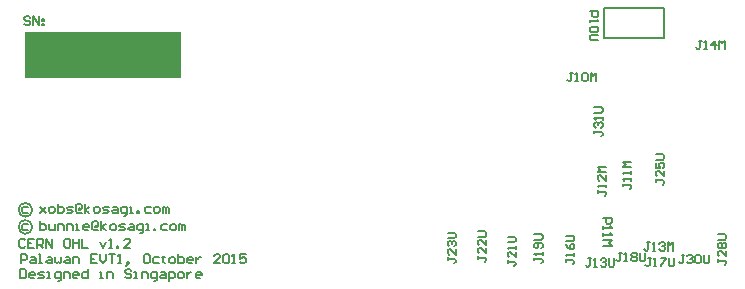
<source format=gto>
G04 Layer_Color=65535*
%FSLAX25Y25*%
%MOIN*%
G70*
G01*
G75*
%ADD15C,0.00591*%
%ADD67C,0.00787*%
%ADD78C,0.00500*%
%ADD79R,0.52362X0.15748*%
D15*
X138287Y82972D02*
X141042D01*
Y81595D01*
X140583Y81136D01*
X139665D01*
X139206Y81595D01*
Y82972D01*
X138287Y80217D02*
Y79299D01*
Y79758D01*
X141042D01*
X140583Y80217D01*
Y77922D02*
X141042Y77462D01*
Y76544D01*
X140583Y76085D01*
X138747D01*
X138287Y76544D01*
Y77462D01*
X138747Y77922D01*
X140583D01*
X141042Y75166D02*
X138747D01*
X138287Y74707D01*
Y73789D01*
X138747Y73330D01*
X141042D01*
X139827Y43263D02*
Y42345D01*
Y42804D01*
X142122D01*
X142582Y42345D01*
Y41886D01*
X142122Y41426D01*
X140286Y44181D02*
X139827Y44641D01*
Y45559D01*
X140286Y46018D01*
X140745D01*
X141204Y45559D01*
Y45100D01*
Y45559D01*
X141663Y46018D01*
X142122D01*
X142582Y45559D01*
Y44641D01*
X142122Y44181D01*
X142582Y46936D02*
Y47855D01*
Y47396D01*
X139827D01*
X140286Y46936D01*
X139827Y49232D02*
X142122D01*
X142582Y49692D01*
Y50610D01*
X142122Y51069D01*
X139827D01*
X169849Y1869D02*
X168930D01*
X169389D01*
Y-427D01*
X168930Y-886D01*
X168471D01*
X168012Y-427D01*
X170767Y1410D02*
X171226Y1869D01*
X172144D01*
X172603Y1410D01*
Y951D01*
X172144Y492D01*
X171685D01*
X172144D01*
X172603Y33D01*
Y-427D01*
X172144Y-886D01*
X171226D01*
X170767Y-427D01*
X173522Y1410D02*
X173981Y1869D01*
X174899D01*
X175358Y1410D01*
Y-427D01*
X174899Y-886D01*
X173981D01*
X173522Y-427D01*
Y1410D01*
X176277Y1869D02*
Y-427D01*
X176736Y-886D01*
X177654D01*
X178114Y-427D01*
Y1869D01*
X181044Y398D02*
Y-520D01*
Y-61D01*
X183340D01*
X183799Y-520D01*
Y-979D01*
X183340Y-1438D01*
X183799Y3153D02*
Y1317D01*
X181962Y3153D01*
X181503D01*
X181044Y2694D01*
Y1776D01*
X181503Y1317D01*
Y4072D02*
X181044Y4531D01*
Y5449D01*
X181503Y5909D01*
X181962D01*
X182421Y5449D01*
X182880Y5909D01*
X183340D01*
X183799Y5449D01*
Y4531D01*
X183340Y4072D01*
X182880D01*
X182421Y4531D01*
X181962Y4072D01*
X181503D01*
X182421Y4531D02*
Y5449D01*
X181044Y6827D02*
X183340D01*
X183799Y7286D01*
Y8204D01*
X183340Y8664D01*
X181044D01*
X160392Y27090D02*
Y26171D01*
Y26630D01*
X162688D01*
X163147Y26171D01*
Y25712D01*
X162688Y25253D01*
X163147Y29845D02*
Y28008D01*
X161310Y29845D01*
X160851D01*
X160392Y29386D01*
Y28467D01*
X160851Y28008D01*
X160392Y32600D02*
Y30763D01*
X161769D01*
X161310Y31681D01*
Y32140D01*
X161769Y32600D01*
X162688D01*
X163147Y32140D01*
Y31222D01*
X162688Y30763D01*
X160392Y33518D02*
X162688D01*
X163147Y33977D01*
Y34896D01*
X162688Y35355D01*
X160392D01*
X90909Y989D02*
Y71D01*
Y530D01*
X93205D01*
X93664Y71D01*
Y-389D01*
X93205Y-848D01*
X93664Y3744D02*
Y1907D01*
X91828Y3744D01*
X91369D01*
X90909Y3285D01*
Y2366D01*
X91369Y1907D01*
Y4662D02*
X90909Y5122D01*
Y6040D01*
X91369Y6499D01*
X91828D01*
X92287Y6040D01*
Y5581D01*
Y6040D01*
X92746Y6499D01*
X93205D01*
X93664Y6040D01*
Y5122D01*
X93205Y4662D01*
X90909Y7417D02*
X93205D01*
X93664Y7876D01*
Y8795D01*
X93205Y9254D01*
X90909D01*
X101045Y1383D02*
Y464D01*
Y923D01*
X103340D01*
X103800Y464D01*
Y5D01*
X103340Y-454D01*
X103800Y4138D02*
Y2301D01*
X101963Y4138D01*
X101504D01*
X101045Y3678D01*
Y2760D01*
X101504Y2301D01*
X103800Y6893D02*
Y5056D01*
X101963Y6893D01*
X101504D01*
X101045Y6433D01*
Y5515D01*
X101504Y5056D01*
X101045Y7811D02*
X103340D01*
X103800Y8270D01*
Y9188D01*
X103340Y9648D01*
X101045D01*
X110926Y65D02*
Y-853D01*
Y-394D01*
X113222D01*
X113681Y-853D01*
Y-1312D01*
X113222Y-1772D01*
X113681Y2820D02*
Y983D01*
X111844Y2820D01*
X111385D01*
X110926Y2361D01*
Y1443D01*
X111385Y983D01*
X113681Y3738D02*
Y4657D01*
Y4198D01*
X110926D01*
X111385Y3738D01*
X110926Y6034D02*
X113222D01*
X113681Y6493D01*
Y7412D01*
X113222Y7871D01*
X110926D01*
X119839Y891D02*
Y-28D01*
Y431D01*
X122135D01*
X122594Y-28D01*
Y-487D01*
X122135Y-946D01*
X122594Y1809D02*
Y2727D01*
Y2268D01*
X119839D01*
X120298Y1809D01*
X122135Y4105D02*
X122594Y4564D01*
Y5482D01*
X122135Y5941D01*
X120298D01*
X119839Y5482D01*
Y4564D01*
X120298Y4105D01*
X120757D01*
X121216Y4564D01*
Y5941D01*
X119839Y6860D02*
X122135D01*
X122594Y7319D01*
Y8237D01*
X122135Y8696D01*
X119839D01*
X148982Y2558D02*
X148064D01*
X148523D01*
Y262D01*
X148064Y-197D01*
X147605D01*
X147146Y262D01*
X149901Y-197D02*
X150819D01*
X150360D01*
Y2558D01*
X149901Y2099D01*
X152197D02*
X152656Y2558D01*
X153574D01*
X154033Y2099D01*
Y1640D01*
X153574Y1181D01*
X154033Y722D01*
Y262D01*
X153574Y-197D01*
X152656D01*
X152197Y262D01*
Y722D01*
X152656Y1181D01*
X152197Y1640D01*
Y2099D01*
X152656Y1181D02*
X153574D01*
X154952Y2558D02*
Y262D01*
X155411Y-197D01*
X156329D01*
X156788Y262D01*
Y2558D01*
X158726Y786D02*
X157808D01*
X158267D01*
Y-1509D01*
X157808Y-1969D01*
X157349D01*
X156890Y-1509D01*
X159645Y-1969D02*
X160563D01*
X160104D01*
Y786D01*
X159645Y327D01*
X161941Y786D02*
X163777D01*
Y327D01*
X161941Y-1509D01*
Y-1969D01*
X164696Y786D02*
Y-1509D01*
X165155Y-1969D01*
X166073D01*
X166532Y-1509D01*
Y786D01*
X130414Y459D02*
Y-460D01*
Y-0D01*
X132710D01*
X133169Y-460D01*
Y-919D01*
X132710Y-1378D01*
X133169Y1377D02*
Y2295D01*
Y1836D01*
X130414D01*
X130873Y1377D01*
X130414Y5510D02*
X130873Y4591D01*
X131792Y3673D01*
X132710D01*
X133169Y4132D01*
Y5050D01*
X132710Y5510D01*
X132251D01*
X131792Y5050D01*
Y3673D01*
X130414Y6428D02*
X132710D01*
X133169Y6887D01*
Y7806D01*
X132710Y8265D01*
X130414D01*
X138746Y688D02*
X137828D01*
X138287D01*
Y-1608D01*
X137828Y-2067D01*
X137369D01*
X136909Y-1608D01*
X139664Y-2067D02*
X140583D01*
X140124D01*
Y688D01*
X139664Y229D01*
X141960D02*
X142420Y688D01*
X143338D01*
X143797Y229D01*
Y-230D01*
X143338Y-689D01*
X142879D01*
X143338D01*
X143797Y-1149D01*
Y-1608D01*
X143338Y-2067D01*
X142420D01*
X141960Y-1608D01*
X144715Y688D02*
Y-1608D01*
X145175Y-2067D01*
X146093D01*
X146552Y-1608D01*
Y688D01*
X142815Y14075D02*
X145570D01*
Y12697D01*
X145111Y12238D01*
X144193D01*
X143733Y12697D01*
Y14075D01*
X142815Y11320D02*
Y10401D01*
Y10861D01*
X145570D01*
X145111Y11320D01*
X142815Y9024D02*
Y8106D01*
Y8565D01*
X145570D01*
X145111Y9024D01*
X142815Y6728D02*
X145570D01*
X144652Y5810D01*
X145570Y4891D01*
X142815D01*
X132644Y62499D02*
X131725D01*
X132185D01*
Y60203D01*
X131725Y59744D01*
X131266D01*
X130807Y60203D01*
X133562Y59744D02*
X134480D01*
X134021D01*
Y62499D01*
X133562Y62040D01*
X135858D02*
X136317Y62499D01*
X137235D01*
X137695Y62040D01*
Y60203D01*
X137235Y59744D01*
X136317D01*
X135858Y60203D01*
Y62040D01*
X138613Y59744D02*
Y62499D01*
X139531Y61581D01*
X140450Y62499D01*
Y59744D01*
X149389Y25590D02*
Y24671D01*
Y25131D01*
X151685D01*
X152144Y24671D01*
Y24212D01*
X151685Y23753D01*
X152144Y26508D02*
Y27426D01*
Y26967D01*
X149389D01*
X149849Y26508D01*
X152144Y28804D02*
Y29722D01*
Y29263D01*
X149389D01*
X149849Y28804D01*
X152144Y31100D02*
X149389D01*
X150308Y32018D01*
X149389Y32936D01*
X152144D01*
X140946Y23392D02*
Y22474D01*
Y22933D01*
X143242D01*
X143701Y22474D01*
Y22014D01*
X143242Y21555D01*
X143701Y24310D02*
Y25229D01*
Y24769D01*
X140946D01*
X141405Y24310D01*
X143701Y28443D02*
Y26606D01*
X141864Y28443D01*
X141405D01*
X140946Y27983D01*
Y27065D01*
X141405Y26606D01*
X143701Y29361D02*
X140946D01*
X141864Y30279D01*
X140946Y31198D01*
X143701D01*
X158333Y6003D02*
X157414D01*
X157874D01*
Y3707D01*
X157414Y3248D01*
X156955D01*
X156496Y3707D01*
X159251Y3248D02*
X160169D01*
X159710D01*
Y6003D01*
X159251Y5544D01*
X161547D02*
X162006Y6003D01*
X162924D01*
X163384Y5544D01*
Y5085D01*
X162924Y4625D01*
X162465D01*
X162924D01*
X163384Y4166D01*
Y3707D01*
X162924Y3248D01*
X162006D01*
X161547Y3707D01*
X164302Y3248D02*
Y6003D01*
X165220Y5085D01*
X166139Y6003D01*
Y3248D01*
X175590Y73248D02*
X174671D01*
X175130D01*
Y70952D01*
X174671Y70493D01*
X174212D01*
X173753Y70952D01*
X176508Y70493D02*
X177426D01*
X176967D01*
Y73248D01*
X176508Y72789D01*
X180181Y70493D02*
Y73248D01*
X178804Y71871D01*
X180641D01*
X181559Y70493D02*
Y73248D01*
X182477Y72330D01*
X183396Y73248D01*
Y70493D01*
X-48131Y80806D02*
X-48623Y81298D01*
X-49606D01*
X-50098Y80806D01*
Y80314D01*
X-49606Y79822D01*
X-48623D01*
X-48131Y79330D01*
Y78838D01*
X-48623Y78347D01*
X-49606D01*
X-50098Y78838D01*
X-47147Y78347D02*
Y81298D01*
X-45179Y78347D01*
Y81298D01*
X-44195Y80314D02*
X-43703D01*
Y79822D01*
X-44195D01*
Y80314D01*
Y78838D02*
X-43703D01*
Y78347D01*
X-44195D01*
Y78838D01*
D67*
X143129Y84212D02*
X163129D01*
X143129Y74212D02*
Y84212D01*
Y74212D02*
X163129D01*
Y84212D01*
D78*
X-47508Y16831D02*
G03*
X-47508Y16831I-2296J0D01*
G01*
Y11122D02*
G03*
X-47508Y11122I-2296J0D01*
G01*
X-51378Y-984D02*
Y2015D01*
X-49878D01*
X-49379Y1515D01*
Y515D01*
X-49878Y15D01*
X-51378D01*
X-47879Y1015D02*
X-46879D01*
X-46380Y515D01*
Y-984D01*
X-47879D01*
X-48379Y-484D01*
X-47879Y15D01*
X-46380D01*
X-45380Y-984D02*
X-44380D01*
X-44880D01*
Y2015D01*
X-45380D01*
X-42381Y1015D02*
X-41381D01*
X-40881Y515D01*
Y-984D01*
X-42381D01*
X-42881Y-484D01*
X-42381Y15D01*
X-40881D01*
X-39882Y1015D02*
Y-484D01*
X-39382Y-984D01*
X-38882Y-484D01*
X-38382Y-984D01*
X-37882Y-484D01*
Y1015D01*
X-36383D02*
X-35383D01*
X-34883Y515D01*
Y-984D01*
X-36383D01*
X-36883Y-484D01*
X-36383Y15D01*
X-34883D01*
X-33884Y-984D02*
Y1015D01*
X-32384D01*
X-31884Y515D01*
Y-984D01*
X-25886Y2015D02*
X-27886D01*
Y-984D01*
X-25886D01*
X-27886Y515D02*
X-26886D01*
X-24886Y2015D02*
Y15D01*
X-23887Y-984D01*
X-22887Y15D01*
Y2015D01*
X-21888D02*
X-19888D01*
X-20888D01*
Y-984D01*
X-18889D02*
X-17889D01*
X-18389D01*
Y2015D01*
X-18889Y1515D01*
X-15889Y-1484D02*
X-15390Y-984D01*
Y-484D01*
X-15889D01*
Y-984D01*
X-15390D01*
X-15889Y-1484D01*
X-16389Y-1984D01*
X-8892Y2015D02*
X-9891D01*
X-10391Y1515D01*
Y-484D01*
X-9891Y-984D01*
X-8892D01*
X-8392Y-484D01*
Y1515D01*
X-8892Y2015D01*
X-5393Y1015D02*
X-6892D01*
X-7392Y515D01*
Y-484D01*
X-6892Y-984D01*
X-5393D01*
X-3893Y1515D02*
Y1015D01*
X-4393D01*
X-3393D01*
X-3893D01*
Y-484D01*
X-3393Y-984D01*
X-1394D02*
X-395D01*
X105Y-484D01*
Y515D01*
X-395Y1015D01*
X-1394D01*
X-1894Y515D01*
Y-484D01*
X-1394Y-984D01*
X1105Y2015D02*
Y-984D01*
X2605D01*
X3104Y-484D01*
Y15D01*
Y515D01*
X2605Y1015D01*
X1105D01*
X5604Y-984D02*
X4604D01*
X4104Y-484D01*
Y515D01*
X4604Y1015D01*
X5604D01*
X6103Y515D01*
Y15D01*
X4104D01*
X7103Y1015D02*
Y-984D01*
Y15D01*
X7603Y515D01*
X8103Y1015D01*
X8603D01*
X15100Y-984D02*
X13101D01*
X15100Y1015D01*
Y1515D01*
X14601Y2015D01*
X13601D01*
X13101Y1515D01*
X16100D02*
X16600Y2015D01*
X17600D01*
X18100Y1515D01*
Y-484D01*
X17600Y-984D01*
X16600D01*
X16100Y-484D01*
Y1515D01*
X19099Y-984D02*
X20099D01*
X19599D01*
Y2015D01*
X19099Y1515D01*
X23598Y2015D02*
X21598D01*
Y515D01*
X22598Y1015D01*
X23098D01*
X23598Y515D01*
Y-484D01*
X23098Y-984D01*
X22098D01*
X21598Y-484D01*
X-51575Y-3005D02*
Y-6004D01*
X-50075D01*
X-49575Y-5504D01*
Y-3505D01*
X-50075Y-3005D01*
X-51575D01*
X-47076Y-6004D02*
X-48076D01*
X-48576Y-5504D01*
Y-4504D01*
X-48076Y-4005D01*
X-47076D01*
X-46576Y-4504D01*
Y-5004D01*
X-48576D01*
X-45577Y-6004D02*
X-44077D01*
X-43577Y-5504D01*
X-44077Y-5004D01*
X-45077D01*
X-45577Y-4504D01*
X-45077Y-4005D01*
X-43577D01*
X-42578Y-6004D02*
X-41578D01*
X-42078D01*
Y-4005D01*
X-42578D01*
X-39079Y-7004D02*
X-38579D01*
X-38079Y-6504D01*
Y-4005D01*
X-39579D01*
X-40078Y-4504D01*
Y-5504D01*
X-39579Y-6004D01*
X-38079D01*
X-37080D02*
Y-4005D01*
X-35580D01*
X-35080Y-4504D01*
Y-6004D01*
X-32581D02*
X-33581D01*
X-34080Y-5504D01*
Y-4504D01*
X-33581Y-4005D01*
X-32581D01*
X-32081Y-4504D01*
Y-5004D01*
X-34080D01*
X-29082Y-3005D02*
Y-6004D01*
X-30582D01*
X-31081Y-5504D01*
Y-4504D01*
X-30582Y-4005D01*
X-29082D01*
X-25083Y-6004D02*
X-24084D01*
X-24584D01*
Y-4005D01*
X-25083D01*
X-22584Y-6004D02*
Y-4005D01*
X-21085D01*
X-20585Y-4504D01*
Y-6004D01*
X-14587Y-3505D02*
X-15087Y-3005D01*
X-16086D01*
X-16586Y-3505D01*
Y-4005D01*
X-16086Y-4504D01*
X-15087D01*
X-14587Y-5004D01*
Y-5504D01*
X-15087Y-6004D01*
X-16086D01*
X-16586Y-5504D01*
X-13587Y-6004D02*
X-12587D01*
X-13087D01*
Y-4005D01*
X-13587D01*
X-11088Y-6004D02*
Y-4005D01*
X-9588D01*
X-9088Y-4504D01*
Y-6004D01*
X-7089Y-7004D02*
X-6589D01*
X-6089Y-6504D01*
Y-4005D01*
X-7589D01*
X-8089Y-4504D01*
Y-5504D01*
X-7589Y-6004D01*
X-6089D01*
X-4590Y-4005D02*
X-3590D01*
X-3091Y-4504D01*
Y-6004D01*
X-4590D01*
X-5090Y-5504D01*
X-4590Y-5004D01*
X-3091D01*
X-2091Y-7004D02*
Y-4005D01*
X-591D01*
X-91Y-4504D01*
Y-5504D01*
X-591Y-6004D01*
X-2091D01*
X1408D02*
X2408D01*
X2908Y-5504D01*
Y-4504D01*
X2408Y-4005D01*
X1408D01*
X908Y-4504D01*
Y-5504D01*
X1408Y-6004D01*
X3907Y-4005D02*
Y-6004D01*
Y-5004D01*
X4407Y-4504D01*
X4907Y-4005D01*
X5407D01*
X8406Y-6004D02*
X7406D01*
X6906Y-5504D01*
Y-4504D01*
X7406Y-4005D01*
X8406D01*
X8906Y-4504D01*
Y-5004D01*
X6906D01*
X-48985Y17846D02*
X-50484D01*
X-50984Y17346D01*
Y16346D01*
X-50484Y15846D01*
X-48985D01*
X-44986Y17846D02*
X-42987Y15846D01*
X-43986Y16846D01*
X-42987Y17846D01*
X-44986Y15846D01*
X-41487D02*
X-40488D01*
X-39988Y16346D01*
Y17346D01*
X-40488Y17846D01*
X-41487D01*
X-41987Y17346D01*
Y16346D01*
X-41487Y15846D01*
X-38988Y18846D02*
Y15846D01*
X-37489D01*
X-36989Y16346D01*
Y16846D01*
Y17346D01*
X-37489Y17846D01*
X-38988D01*
X-35989Y15846D02*
X-34490D01*
X-33990Y16346D01*
X-34490Y16846D01*
X-35489D01*
X-35989Y17346D01*
X-35489Y17846D01*
X-33990D01*
X-31491Y16846D02*
Y17346D01*
X-31990D01*
Y16846D01*
X-31491D01*
X-30991Y17346D01*
Y18346D01*
X-31491Y18846D01*
X-32490D01*
X-32990Y18346D01*
Y16346D01*
X-32490Y15846D01*
X-30991D01*
X-29991D02*
Y18846D01*
Y16846D02*
X-28492Y17846D01*
X-29991Y16846D02*
X-28492Y15846D01*
X-26492D02*
X-25493D01*
X-24993Y16346D01*
Y17346D01*
X-25493Y17846D01*
X-26492D01*
X-26992Y17346D01*
Y16346D01*
X-26492Y15846D01*
X-23993D02*
X-22493D01*
X-21994Y16346D01*
X-22493Y16846D01*
X-23493D01*
X-23993Y17346D01*
X-23493Y17846D01*
X-21994D01*
X-20494D02*
X-19494D01*
X-18995Y17346D01*
Y15846D01*
X-20494D01*
X-20994Y16346D01*
X-20494Y16846D01*
X-18995D01*
X-16995Y14847D02*
X-16495D01*
X-15996Y15347D01*
Y17846D01*
X-17495D01*
X-17995Y17346D01*
Y16346D01*
X-17495Y15846D01*
X-15996D01*
X-14996D02*
X-13996D01*
X-14496D01*
Y17846D01*
X-14996D01*
X-12497Y15846D02*
Y16346D01*
X-11997D01*
Y15846D01*
X-12497D01*
X-7998Y17846D02*
X-9498D01*
X-9997Y17346D01*
Y16346D01*
X-9498Y15846D01*
X-7998D01*
X-6499D02*
X-5499D01*
X-4999Y16346D01*
Y17346D01*
X-5499Y17846D01*
X-6499D01*
X-6999Y17346D01*
Y16346D01*
X-6499Y15846D01*
X-3999D02*
Y17846D01*
X-3500D01*
X-3000Y17346D01*
Y15846D01*
Y17346D01*
X-2500Y17846D01*
X-2000Y17346D01*
Y15846D01*
X-48985Y12039D02*
X-50484D01*
X-50984Y11539D01*
Y10539D01*
X-50484Y10039D01*
X-48985D01*
X-44986Y13038D02*
Y10039D01*
X-43487D01*
X-42987Y10539D01*
Y11039D01*
Y11539D01*
X-43487Y12039D01*
X-44986D01*
X-41987D02*
Y10539D01*
X-41487Y10039D01*
X-39988D01*
Y12039D01*
X-38988Y10039D02*
Y12039D01*
X-37489D01*
X-36989Y11539D01*
Y10039D01*
X-35989D02*
Y12039D01*
X-34490D01*
X-33990Y11539D01*
Y10039D01*
X-32990D02*
X-31990D01*
X-32490D01*
Y12039D01*
X-32990D01*
X-28991Y10039D02*
X-29991D01*
X-30491Y10539D01*
Y11539D01*
X-29991Y12039D01*
X-28991D01*
X-28492Y11539D01*
Y11039D01*
X-30491D01*
X-25992D02*
Y11539D01*
X-26492D01*
Y11039D01*
X-25992D01*
X-25493Y11539D01*
Y12539D01*
X-25992Y13038D01*
X-26992D01*
X-27492Y12539D01*
Y10539D01*
X-26992Y10039D01*
X-25493D01*
X-24493D02*
Y13038D01*
Y11039D02*
X-22993Y12039D01*
X-24493Y11039D02*
X-22993Y10039D01*
X-20994D02*
X-19994D01*
X-19494Y10539D01*
Y11539D01*
X-19994Y12039D01*
X-20994D01*
X-21494Y11539D01*
Y10539D01*
X-20994Y10039D01*
X-18495D02*
X-16995D01*
X-16495Y10539D01*
X-16995Y11039D01*
X-17995D01*
X-18495Y11539D01*
X-17995Y12039D01*
X-16495D01*
X-14996D02*
X-13996D01*
X-13496Y11539D01*
Y10039D01*
X-14996D01*
X-15496Y10539D01*
X-14996Y11039D01*
X-13496D01*
X-11497Y9040D02*
X-10997D01*
X-10497Y9539D01*
Y12039D01*
X-11997D01*
X-12497Y11539D01*
Y10539D01*
X-11997Y10039D01*
X-10497D01*
X-9498D02*
X-8498D01*
X-8998D01*
Y12039D01*
X-9498D01*
X-6999Y10039D02*
Y10539D01*
X-6499D01*
Y10039D01*
X-6999D01*
X-2500Y12039D02*
X-3999D01*
X-4499Y11539D01*
Y10539D01*
X-3999Y10039D01*
X-2500D01*
X-1000D02*
X-1D01*
X499Y10539D01*
Y11539D01*
X-1Y12039D01*
X-1000D01*
X-1500Y11539D01*
Y10539D01*
X-1000Y10039D01*
X1499D02*
Y12039D01*
X1999D01*
X2499Y11539D01*
Y10039D01*
Y11539D01*
X2998Y12039D01*
X3498Y11539D01*
Y10039D01*
X-49871Y6633D02*
X-50371Y7133D01*
X-51370D01*
X-51870Y6633D01*
Y4634D01*
X-51370Y4134D01*
X-50371D01*
X-49871Y4634D01*
X-46872Y7133D02*
X-48871D01*
Y4134D01*
X-46872D01*
X-48871Y5633D02*
X-47871D01*
X-45872Y4134D02*
Y7133D01*
X-44372D01*
X-43873Y6633D01*
Y5633D01*
X-44372Y5133D01*
X-45872D01*
X-44872D02*
X-43873Y4134D01*
X-42873D02*
Y7133D01*
X-40874Y4134D01*
Y7133D01*
X-35375D02*
X-36375D01*
X-36875Y6633D01*
Y4634D01*
X-36375Y4134D01*
X-35375D01*
X-34876Y4634D01*
Y6633D01*
X-35375Y7133D01*
X-33876D02*
Y4134D01*
Y5633D01*
X-31877D01*
Y7133D01*
Y4134D01*
X-30877Y7133D02*
Y4134D01*
X-28877D01*
X-24879Y6133D02*
X-23879Y4134D01*
X-22880Y6133D01*
X-21880Y4134D02*
X-20880D01*
X-21380D01*
Y7133D01*
X-21880Y6633D01*
X-19381Y4134D02*
Y4634D01*
X-18881D01*
Y4134D01*
X-19381D01*
X-14882D02*
X-16881D01*
X-14882Y6133D01*
Y6633D01*
X-15382Y7133D01*
X-16382D01*
X-16881Y6633D01*
D79*
X-23917Y68602D02*
D03*
M02*

</source>
